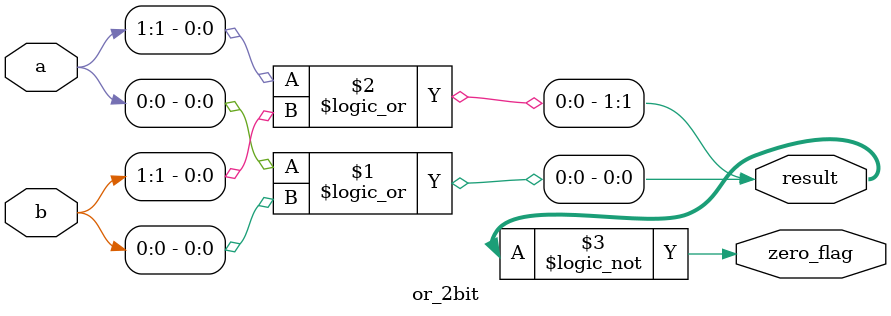
<source format=sv>
module or_2bit(
  input logic [1:0] a,
  input logic [1:0] b,
  output logic [1:0] result,
  output logic zero_flag
);

	assign result[0] = a[0] || b[0];
  assign result[1] = a[1] || b[1];


  // Set flags
  assign zero_flag = (result == 2'b00);

endmodule
</source>
